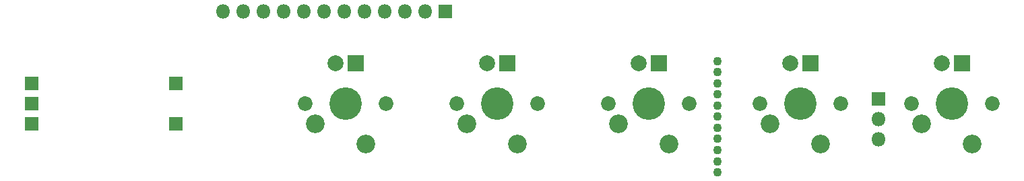
<source format=gbr>
%TF.GenerationSoftware,KiCad,Pcbnew,(5.1.5)-3*%
%TF.CreationDate,2021-10-28T23:15:05-05:00*%
%TF.ProjectId,Pikatea Macropad FK1,50696b61-7465-4612-904d-6163726f7061,rev?*%
%TF.SameCoordinates,Original*%
%TF.FileFunction,Soldermask,Top*%
%TF.FilePolarity,Negative*%
%FSLAX46Y46*%
G04 Gerber Fmt 4.6, Leading zero omitted, Abs format (unit mm)*
G04 Created by KiCad (PCBNEW (5.1.5)-3) date 2021-10-28 23:15:06*
%MOMM*%
%LPD*%
G04 APERTURE LIST*
%ADD10O,1.800000X1.800000*%
%ADD11R,1.800000X1.800000*%
%ADD12C,1.100000*%
%ADD13C,1.850000*%
%ADD14R,2.005000X2.005000*%
%ADD15C,2.005000*%
%ADD16C,2.350000*%
%ADD17C,4.087800*%
G04 APERTURE END LIST*
D10*
%TO.C,J1*%
X115443000Y-93345000D03*
X117983000Y-93345000D03*
X120523000Y-93345000D03*
X123063000Y-93345000D03*
X125603000Y-93345000D03*
X128143000Y-93345000D03*
X130683000Y-93345000D03*
X133223000Y-93345000D03*
X135763000Y-93345000D03*
X138303000Y-93345000D03*
X140843000Y-93345000D03*
D11*
X143383000Y-93345000D03*
%TD*%
D12*
%TO.C,J2*%
X177546000Y-99580000D03*
X177546000Y-113580000D03*
X177546000Y-112180000D03*
X177546000Y-110780000D03*
X177546000Y-109380000D03*
X177546000Y-107980000D03*
X177546000Y-100980000D03*
X177546000Y-102380000D03*
X177546000Y-103780000D03*
X177546000Y-105180000D03*
X177546000Y-106580000D03*
%TD*%
D13*
%TO.C,MX5*%
X212130000Y-104920000D03*
X201970000Y-104920000D03*
D14*
X208320000Y-99840000D03*
D15*
X205780000Y-99840000D03*
D16*
X203240000Y-107460000D03*
D17*
X207050000Y-104920000D03*
D16*
X209590000Y-110000000D03*
%TD*%
D13*
%TO.C,MX4*%
X193080000Y-104920000D03*
X182920000Y-104920000D03*
D14*
X189270000Y-99840000D03*
D15*
X186730000Y-99840000D03*
D16*
X184190000Y-107460000D03*
D17*
X188000000Y-104920000D03*
D16*
X190540000Y-110000000D03*
%TD*%
D13*
%TO.C,MX3*%
X174030000Y-104920000D03*
X163870000Y-104920000D03*
D14*
X170220000Y-99840000D03*
D15*
X167680000Y-99840000D03*
D16*
X165140000Y-107460000D03*
D17*
X168950000Y-104920000D03*
D16*
X171490000Y-110000000D03*
%TD*%
D13*
%TO.C,MX2*%
X154980000Y-104920000D03*
X144820000Y-104920000D03*
D14*
X151170000Y-99840000D03*
D15*
X148630000Y-99840000D03*
D16*
X146090000Y-107460000D03*
D17*
X149900000Y-104920000D03*
D16*
X152440000Y-110000000D03*
%TD*%
D13*
%TO.C,MX1*%
X135930000Y-104920000D03*
X125770000Y-104920000D03*
D14*
X132120000Y-99840000D03*
D15*
X129580000Y-99840000D03*
D16*
X127040000Y-107460000D03*
D17*
X130850000Y-104920000D03*
D16*
X133390000Y-110000000D03*
%TD*%
D10*
%TO.C,J4*%
X197760000Y-109390000D03*
X197760000Y-106850000D03*
D11*
X197760000Y-104310000D03*
%TD*%
%TO.C,SW1*%
X109450000Y-102360000D03*
X109450000Y-107440000D03*
X91350000Y-104900000D03*
X91350000Y-102360000D03*
X91350000Y-107440000D03*
%TD*%
M02*

</source>
